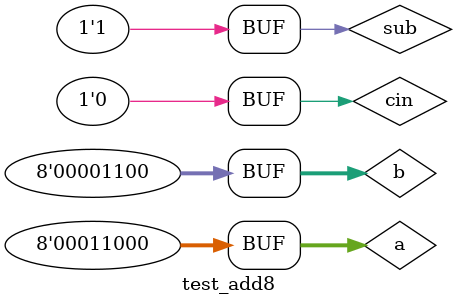
<source format=v>
module test_add8;
   reg [7:0] a, b;
   reg 	     cin, sub;
   wire [7:0] s;
   wire       cout;

   add8 test_add8(a, b, cin, sub, s, cout);

   initial
     begin
	a = 0;
	b = 0;
	cin = 0;
	sub = 0;
	#5;
	a = 22;
	b = 0;
	cin = 0;
	sub = 0;
	#5;
	a = 0;
	b = 83;
	cin = 0;
	sub = 0;
	#5;
	a = 22;
	b = 83;
	cin = 0;
	sub = 0;
	#5;
	a = 0;
	b = 0;
	cin = 0;
	sub = 1;
	#5;
	a = 24;
	b = 0;
	cin = 0;
	sub = 1;
	#5;
	a = 0;
	b = 12;
	cin = 0;
	sub = 1;
	#5;
	a = 24;
	b = 12;
	cin = 0;
	sub = 1;
     end // initial begin
   initial
     begin
	$dumpfile("signal_add8.vcd");
	$dumpvars;
     end

   initial
     begin
	$display("\t\ttime,\ta,\tb, \tcin, \tsub,\ts,\tcout");
	$monitor("%d \t%d \t%d \t%b \t%b \t%d \t%b", $time, a, b, cin, sub, s, cout);
     end
endmodule // test_add8


	

</source>
